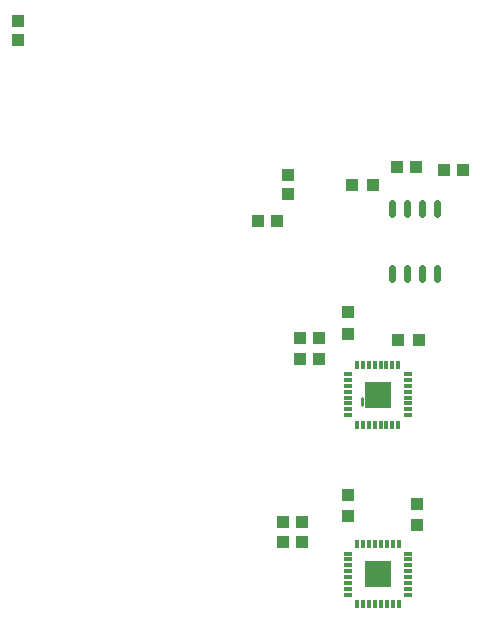
<source format=gtp>
G04 Layer: TopPasteMaskLayer*
G04 EasyEDA v6.3.22, 2020-01-25T23:38:18+00:00*
G04 9703bbce67ff49f59cf1a8212616356f,50f9dc15ed21485093dd89aa00421481,09*
G04 Gerber Generator version 0.2*
G04 Scale: 100 percent, Rotated: No, Reflected: No *
G04 Dimensions in inches *
G04 leading zeros omitted , absolute positions ,2 integer and 4 decimal *
%FSLAX24Y24*%
%MOIN*%
G90*
G70D02*

%ADD14C,0.011024*%
%ADD15C,0.023622*%
%ADD19R,0.026000X0.011800*%
%ADD20R,0.011800X0.026000*%
%ADD21R,0.039370X0.043307*%
%ADD22R,0.043307X0.039370*%
%ADD35R,0.086000X0.086000*%

%LPD*%
G54D14*
G01X13780Y10059D02*
G01X13780Y9815D01*
G54D15*
G01X16280Y16203D02*
G01X16280Y16565D01*
G01X15780Y16203D02*
G01X15780Y16565D01*
G01X15280Y16203D02*
G01X15280Y16565D01*
G01X14780Y16203D02*
G01X14780Y16565D01*
G01X16280Y14045D02*
G01X16280Y14408D01*
G01X15780Y14045D02*
G01X15780Y14408D01*
G01X15280Y14045D02*
G01X15280Y14408D01*
G01X14780Y14045D02*
G01X14780Y14408D01*
G54D35*
G01X14310Y4187D03*
G54D19*
G01X13310Y4876D03*
G01X13310Y4679D03*
G01X13310Y4482D03*
G01X13310Y4285D03*
G01X13310Y4088D03*
G01X13310Y3891D03*
G01X13310Y3695D03*
G01X13310Y3498D03*
G54D20*
G01X13621Y3187D03*
G01X13817Y3187D03*
G01X14014Y3187D03*
G01X14211Y3187D03*
G01X14408Y3187D03*
G01X14605Y3187D03*
G01X14802Y3187D03*
G01X14999Y3187D03*
G54D19*
G01X15310Y3498D03*
G01X15310Y3695D03*
G01X15310Y3891D03*
G01X15310Y4088D03*
G01X15310Y4285D03*
G01X15310Y4482D03*
G01X15310Y4679D03*
G01X15310Y4876D03*
G54D20*
G01X14999Y5187D03*
G01X14802Y5187D03*
G01X14605Y5187D03*
G01X14408Y5187D03*
G01X14211Y5187D03*
G01X14014Y5187D03*
G01X13817Y5187D03*
G01X13621Y5187D03*
G54D35*
G01X14300Y10177D03*
G54D19*
G01X13300Y10866D03*
G01X13300Y10669D03*
G01X13300Y10472D03*
G01X13300Y10275D03*
G01X13300Y10078D03*
G01X13300Y9881D03*
G01X13300Y9685D03*
G01X13300Y9488D03*
G54D20*
G01X13611Y9177D03*
G01X13807Y9177D03*
G01X14004Y9177D03*
G01X14201Y9177D03*
G01X14398Y9177D03*
G01X14595Y9177D03*
G01X14792Y9177D03*
G01X14988Y9177D03*
G54D19*
G01X15300Y9488D03*
G01X15300Y9685D03*
G01X15300Y9881D03*
G01X15300Y10078D03*
G01X15300Y10275D03*
G01X15300Y10472D03*
G01X15300Y10669D03*
G01X15300Y10866D03*
G54D20*
G01X14988Y11177D03*
G01X14792Y11177D03*
G01X14595Y11177D03*
G01X14398Y11177D03*
G01X14201Y11177D03*
G01X14004Y11177D03*
G01X13807Y11177D03*
G01X13611Y11177D03*
G54D21*
G01X13445Y17165D03*
G01X14154Y17165D03*
G54D22*
G01X2310Y22640D03*
G01X2310Y22010D03*
G54D21*
G01X17140Y17669D03*
G01X16510Y17669D03*
G01X14955Y17747D03*
G01X15584Y17747D03*
G01X10325Y15955D03*
G01X10954Y15955D03*
G54D22*
G01X11300Y17480D03*
G01X11300Y16850D03*
G01X13319Y12212D03*
G01X13319Y12921D03*
G01X15600Y5832D03*
G01X15600Y6541D03*
G54D21*
G01X11135Y5277D03*
G01X11764Y5277D03*
G01X11765Y5937D03*
G01X11135Y5937D03*
G01X12345Y11377D03*
G01X11715Y11377D03*
G01X11714Y12047D03*
G01X12344Y12047D03*
G01X15694Y12005D03*
G01X14985Y12005D03*
G54D22*
G01X13319Y6132D03*
G01X13319Y6841D03*
M00*
M02*

</source>
